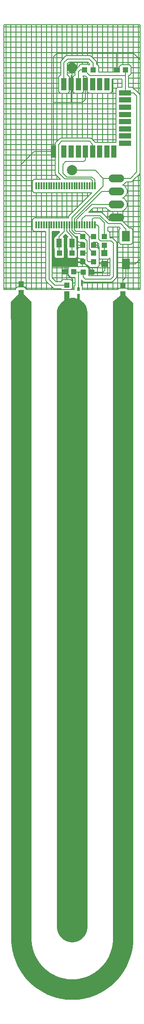
<source format=gbr>
G04 EAGLE Gerber RS-274X export*
G75*
%MOMM*%
%FSLAX34Y34*%
%LPD*%
%INTop Copper*%
%IPPOS*%
%AMOC8*
5,1,8,0,0,1.08239X$1,22.5*%
G01*
%ADD10R,1.000000X1.100000*%
%ADD11R,1.100000X1.000000*%
%ADD12R,0.500000X0.700000*%
%ADD13C,1.524000*%
%ADD14R,1.200000X1.200000*%
%ADD15R,1.000000X2.410000*%
%ADD16R,2.410000X1.000000*%
%ADD17R,1.000000X1.800000*%
%ADD18R,1.600000X2.000000*%
%ADD19R,0.300000X1.475000*%
%ADD20C,2.000000*%
%ADD21C,0.152400*%
%ADD22C,0.304800*%
%ADD23C,4.000000*%
%ADD24C,0.609600*%
%ADD25C,0.500000*%
%ADD26C,6.000000*%
%ADD27C,1.000000*%
%ADD28C,0.508000*%

G36*
X177535Y1354964D02*
X177535Y1354964D01*
X177569Y1354962D01*
X177758Y1354984D01*
X177949Y1355001D01*
X177982Y1355010D01*
X178016Y1355014D01*
X178199Y1355069D01*
X178383Y1355119D01*
X178414Y1355134D01*
X178447Y1355144D01*
X178618Y1355231D01*
X178790Y1355313D01*
X178818Y1355333D01*
X178849Y1355348D01*
X179001Y1355464D01*
X179156Y1355575D01*
X179180Y1355600D01*
X179207Y1355620D01*
X179336Y1355761D01*
X179470Y1355897D01*
X179489Y1355926D01*
X179513Y1355952D01*
X179615Y1356113D01*
X179722Y1356270D01*
X179736Y1356302D01*
X179754Y1356331D01*
X179827Y1356508D01*
X179904Y1356682D01*
X179912Y1356716D01*
X179925Y1356748D01*
X179965Y1356935D01*
X180011Y1357120D01*
X180013Y1357154D01*
X180020Y1357188D01*
X180039Y1357500D01*
X180039Y1423000D01*
X180034Y1423063D01*
X180029Y1423224D01*
X179670Y1427288D01*
X179663Y1427330D01*
X179661Y1427373D01*
X179604Y1427681D01*
X178614Y1431639D01*
X178599Y1431680D01*
X178591Y1431722D01*
X178487Y1432016D01*
X176889Y1435771D01*
X176869Y1435809D01*
X176854Y1435849D01*
X176705Y1436124D01*
X174540Y1439582D01*
X174514Y1439617D01*
X174493Y1439654D01*
X174302Y1439902D01*
X171623Y1442979D01*
X171610Y1442991D01*
X171602Y1443003D01*
X171584Y1443019D01*
X171565Y1443043D01*
X171338Y1443258D01*
X168211Y1445878D01*
X168175Y1445903D01*
X168144Y1445932D01*
X167886Y1446109D01*
X164387Y1448207D01*
X164348Y1448226D01*
X164312Y1448250D01*
X164030Y1448385D01*
X160246Y1449910D01*
X160204Y1449922D01*
X160165Y1449941D01*
X159866Y1450029D01*
X155889Y1450944D01*
X155847Y1450950D01*
X155805Y1450962D01*
X155495Y1451002D01*
X151425Y1451283D01*
X151414Y1451283D01*
X151404Y1451285D01*
X151091Y1451284D01*
X147033Y1451030D01*
X147008Y1451026D01*
X146983Y1451026D01*
X146673Y1450981D01*
X142693Y1450152D01*
X142669Y1450145D01*
X142644Y1450141D01*
X142344Y1450053D01*
X138522Y1448665D01*
X138499Y1448655D01*
X138475Y1448648D01*
X138191Y1448518D01*
X134605Y1446600D01*
X134584Y1446586D01*
X134561Y1446576D01*
X134298Y1446407D01*
X131022Y1443999D01*
X131003Y1443982D01*
X130982Y1443969D01*
X130746Y1443764D01*
X127845Y1440914D01*
X127829Y1440895D01*
X127810Y1440878D01*
X127606Y1440642D01*
X125140Y1437408D01*
X125127Y1437387D01*
X125110Y1437368D01*
X124942Y1437105D01*
X122961Y1433553D01*
X122951Y1433530D01*
X122938Y1433509D01*
X122808Y1433225D01*
X121354Y1429427D01*
X121347Y1429403D01*
X121336Y1429381D01*
X121249Y1429081D01*
X120349Y1425115D01*
X120346Y1425090D01*
X120339Y1425066D01*
X120295Y1424757D01*
X119969Y1420703D01*
X119969Y1420641D01*
X119961Y1420500D01*
X119961Y1357500D01*
X119964Y1357466D01*
X119962Y1357431D01*
X119984Y1357242D01*
X120001Y1357052D01*
X120010Y1357018D01*
X120014Y1356984D01*
X120069Y1356801D01*
X120119Y1356617D01*
X120134Y1356586D01*
X120144Y1356553D01*
X120231Y1356382D01*
X120313Y1356211D01*
X120333Y1356182D01*
X120348Y1356151D01*
X120464Y1355999D01*
X120575Y1355844D01*
X120600Y1355820D01*
X120620Y1355793D01*
X120761Y1355664D01*
X120897Y1355530D01*
X120926Y1355511D01*
X120952Y1355488D01*
X121113Y1355385D01*
X121270Y1355278D01*
X121302Y1355264D01*
X121331Y1355246D01*
X121508Y1355173D01*
X121682Y1355096D01*
X121716Y1355088D01*
X121748Y1355075D01*
X121935Y1355035D01*
X122120Y1354989D01*
X122154Y1354987D01*
X122188Y1354980D01*
X122500Y1354961D01*
X177500Y1354961D01*
X177535Y1354964D01*
G37*
G36*
X267535Y1404964D02*
X267535Y1404964D01*
X267569Y1404962D01*
X267758Y1404984D01*
X267949Y1405001D01*
X267982Y1405010D01*
X268016Y1405014D01*
X268199Y1405069D01*
X268383Y1405119D01*
X268414Y1405134D01*
X268447Y1405144D01*
X268618Y1405231D01*
X268790Y1405313D01*
X268818Y1405333D01*
X268849Y1405348D01*
X269001Y1405464D01*
X269156Y1405575D01*
X269180Y1405600D01*
X269207Y1405620D01*
X269336Y1405761D01*
X269470Y1405897D01*
X269489Y1405926D01*
X269513Y1405952D01*
X269615Y1406113D01*
X269722Y1406270D01*
X269736Y1406302D01*
X269754Y1406331D01*
X269827Y1406508D01*
X269904Y1406682D01*
X269912Y1406716D01*
X269925Y1406748D01*
X269965Y1406935D01*
X270011Y1407120D01*
X270013Y1407154D01*
X270020Y1407188D01*
X270039Y1407500D01*
X270039Y1440000D01*
X270025Y1440164D01*
X270018Y1440328D01*
X270005Y1440388D01*
X269999Y1440449D01*
X269956Y1440607D01*
X269920Y1440768D01*
X269897Y1440824D01*
X269881Y1440883D01*
X269810Y1441031D01*
X269747Y1441183D01*
X269714Y1441235D01*
X269687Y1441290D01*
X269592Y1441423D01*
X269502Y1441561D01*
X269451Y1441619D01*
X269425Y1441656D01*
X269382Y1441698D01*
X269296Y1441796D01*
X251796Y1459296D01*
X251671Y1459400D01*
X251552Y1459510D01*
X251499Y1459544D01*
X251450Y1459584D01*
X251309Y1459665D01*
X251172Y1459752D01*
X251114Y1459777D01*
X251059Y1459808D01*
X250906Y1459862D01*
X250756Y1459924D01*
X250694Y1459937D01*
X250635Y1459959D01*
X250475Y1459985D01*
X250316Y1460020D01*
X250253Y1460022D01*
X250191Y1460032D01*
X250028Y1460030D01*
X249866Y1460036D01*
X249804Y1460027D01*
X249740Y1460026D01*
X249581Y1459995D01*
X249420Y1459972D01*
X249360Y1459952D01*
X249298Y1459940D01*
X249147Y1459882D01*
X248993Y1459831D01*
X248937Y1459801D01*
X248878Y1459778D01*
X248739Y1459694D01*
X248597Y1459616D01*
X248533Y1459568D01*
X248494Y1459544D01*
X248448Y1459504D01*
X248347Y1459428D01*
X240373Y1452593D01*
X240373Y1452592D01*
X231486Y1444975D01*
X231485Y1444975D01*
X230847Y1444428D01*
X230822Y1444402D01*
X230793Y1444380D01*
X230665Y1444241D01*
X230533Y1444106D01*
X230512Y1444075D01*
X230488Y1444048D01*
X230386Y1443889D01*
X230280Y1443733D01*
X230265Y1443700D01*
X230246Y1443669D01*
X230174Y1443494D01*
X230097Y1443322D01*
X230089Y1443286D01*
X230075Y1443252D01*
X230035Y1443068D01*
X229990Y1442884D01*
X229988Y1442848D01*
X229980Y1442812D01*
X229961Y1442500D01*
X229961Y1407500D01*
X229964Y1407466D01*
X229962Y1407431D01*
X229984Y1407242D01*
X230001Y1407052D01*
X230010Y1407018D01*
X230014Y1406984D01*
X230069Y1406801D01*
X230119Y1406617D01*
X230134Y1406586D01*
X230144Y1406553D01*
X230231Y1406382D01*
X230313Y1406211D01*
X230333Y1406182D01*
X230348Y1406151D01*
X230464Y1405999D01*
X230575Y1405844D01*
X230600Y1405820D01*
X230620Y1405793D01*
X230761Y1405664D01*
X230897Y1405530D01*
X230926Y1405511D01*
X230952Y1405488D01*
X231113Y1405385D01*
X231270Y1405278D01*
X231302Y1405264D01*
X231331Y1405246D01*
X231508Y1405173D01*
X231682Y1405096D01*
X231716Y1405088D01*
X231748Y1405075D01*
X231935Y1405035D01*
X232120Y1404989D01*
X232154Y1404987D01*
X232188Y1404980D01*
X232500Y1404961D01*
X267500Y1404961D01*
X267535Y1404964D01*
G37*
G36*
X67535Y1407464D02*
X67535Y1407464D01*
X67569Y1407462D01*
X67758Y1407484D01*
X67949Y1407501D01*
X67982Y1407510D01*
X68016Y1407514D01*
X68199Y1407569D01*
X68383Y1407619D01*
X68414Y1407634D01*
X68447Y1407644D01*
X68618Y1407731D01*
X68790Y1407813D01*
X68818Y1407833D01*
X68849Y1407848D01*
X69001Y1407964D01*
X69156Y1408075D01*
X69180Y1408100D01*
X69207Y1408120D01*
X69336Y1408261D01*
X69470Y1408397D01*
X69489Y1408426D01*
X69513Y1408452D01*
X69615Y1408613D01*
X69722Y1408770D01*
X69736Y1408802D01*
X69754Y1408831D01*
X69827Y1409008D01*
X69904Y1409182D01*
X69912Y1409216D01*
X69925Y1409248D01*
X69965Y1409435D01*
X70011Y1409620D01*
X70013Y1409654D01*
X70020Y1409688D01*
X70039Y1410000D01*
X70039Y1442500D01*
X70025Y1442664D01*
X70018Y1442828D01*
X70005Y1442888D01*
X69999Y1442949D01*
X69956Y1443107D01*
X69920Y1443268D01*
X69897Y1443324D01*
X69881Y1443383D01*
X69810Y1443531D01*
X69747Y1443683D01*
X69714Y1443735D01*
X69687Y1443790D01*
X69592Y1443923D01*
X69502Y1444061D01*
X69451Y1444119D01*
X69425Y1444156D01*
X69382Y1444198D01*
X69296Y1444296D01*
X51796Y1461796D01*
X51769Y1461818D01*
X51746Y1461844D01*
X51597Y1461961D01*
X51450Y1462084D01*
X51420Y1462102D01*
X51393Y1462123D01*
X51225Y1462213D01*
X51059Y1462308D01*
X51027Y1462319D01*
X50996Y1462336D01*
X50815Y1462395D01*
X50635Y1462459D01*
X50601Y1462464D01*
X50568Y1462475D01*
X50379Y1462501D01*
X50191Y1462532D01*
X50156Y1462532D01*
X50122Y1462536D01*
X49931Y1462529D01*
X49740Y1462526D01*
X49706Y1462519D01*
X49672Y1462518D01*
X49486Y1462477D01*
X49298Y1462440D01*
X49266Y1462428D01*
X49232Y1462420D01*
X49056Y1462347D01*
X48878Y1462278D01*
X48849Y1462260D01*
X48817Y1462247D01*
X48657Y1462143D01*
X48494Y1462044D01*
X48468Y1462021D01*
X48439Y1462002D01*
X48204Y1461796D01*
X30704Y1444296D01*
X30599Y1444169D01*
X30488Y1444048D01*
X30455Y1443997D01*
X30416Y1443950D01*
X30334Y1443807D01*
X30246Y1443669D01*
X30222Y1443612D01*
X30192Y1443559D01*
X30137Y1443404D01*
X30075Y1443252D01*
X30062Y1443192D01*
X30041Y1443135D01*
X30015Y1442973D01*
X29980Y1442812D01*
X29975Y1442735D01*
X29968Y1442691D01*
X29969Y1442630D01*
X29961Y1442500D01*
X29961Y1410000D01*
X29964Y1409966D01*
X29962Y1409931D01*
X29984Y1409742D01*
X30001Y1409552D01*
X30010Y1409518D01*
X30014Y1409484D01*
X30069Y1409301D01*
X30119Y1409117D01*
X30134Y1409086D01*
X30144Y1409053D01*
X30231Y1408882D01*
X30313Y1408711D01*
X30333Y1408682D01*
X30348Y1408651D01*
X30464Y1408499D01*
X30575Y1408344D01*
X30600Y1408320D01*
X30620Y1408293D01*
X30761Y1408164D01*
X30897Y1408030D01*
X30926Y1408011D01*
X30952Y1407988D01*
X31113Y1407885D01*
X31270Y1407778D01*
X31302Y1407764D01*
X31331Y1407746D01*
X31508Y1407673D01*
X31682Y1407596D01*
X31716Y1407588D01*
X31748Y1407575D01*
X31935Y1407535D01*
X32120Y1407489D01*
X32154Y1407487D01*
X32188Y1407480D01*
X32500Y1407461D01*
X67500Y1407461D01*
X67535Y1407464D01*
G37*
G36*
X160910Y1511912D02*
X160910Y1511912D01*
X160929Y1511910D01*
X161031Y1511932D01*
X161133Y1511949D01*
X161150Y1511958D01*
X161170Y1511962D01*
X161259Y1512015D01*
X161350Y1512064D01*
X161364Y1512078D01*
X161381Y1512088D01*
X161448Y1512167D01*
X161520Y1512242D01*
X161528Y1512260D01*
X161541Y1512275D01*
X161580Y1512371D01*
X161623Y1512465D01*
X161625Y1512485D01*
X161633Y1512503D01*
X161651Y1512670D01*
X161651Y1571202D01*
X161648Y1571222D01*
X161650Y1571241D01*
X161628Y1571343D01*
X161612Y1571445D01*
X161602Y1571462D01*
X161598Y1571482D01*
X161545Y1571571D01*
X161496Y1571662D01*
X161482Y1571676D01*
X161472Y1571693D01*
X161393Y1571760D01*
X161318Y1571832D01*
X161300Y1571840D01*
X161285Y1571853D01*
X161189Y1571892D01*
X161095Y1571935D01*
X161075Y1571937D01*
X161057Y1571945D01*
X160890Y1571963D01*
X157153Y1571963D01*
X157082Y1571952D01*
X157010Y1571950D01*
X156962Y1571932D01*
X156910Y1571924D01*
X156847Y1571890D01*
X156779Y1571865D01*
X156739Y1571833D01*
X156693Y1571808D01*
X156643Y1571756D01*
X156587Y1571712D01*
X156559Y1571668D01*
X156523Y1571630D01*
X156493Y1571565D01*
X156454Y1571505D01*
X156442Y1571454D01*
X156420Y1571407D01*
X156412Y1571336D01*
X156394Y1571266D01*
X156398Y1571214D01*
X156393Y1571163D01*
X156408Y1571092D01*
X156414Y1571021D01*
X156434Y1570973D01*
X156445Y1570922D01*
X156482Y1570861D01*
X156510Y1570795D01*
X156555Y1570739D01*
X156571Y1570711D01*
X156589Y1570696D01*
X156615Y1570664D01*
X158675Y1568604D01*
X158675Y1547234D01*
X158670Y1547227D01*
X158654Y1547215D01*
X158599Y1547128D01*
X158538Y1547044D01*
X158532Y1547025D01*
X158521Y1547008D01*
X158496Y1546908D01*
X158466Y1546809D01*
X158466Y1546789D01*
X158461Y1546769D01*
X158469Y1546666D01*
X158472Y1546563D01*
X158479Y1546544D01*
X158481Y1546524D01*
X158521Y1546429D01*
X158557Y1546332D01*
X158569Y1546316D01*
X158577Y1546298D01*
X158682Y1546167D01*
X159165Y1545684D01*
X159165Y1531316D01*
X156784Y1528935D01*
X143416Y1528935D01*
X141035Y1531316D01*
X141035Y1545686D01*
X141040Y1545693D01*
X141056Y1545705D01*
X141112Y1545793D01*
X141172Y1545876D01*
X141178Y1545895D01*
X141189Y1545912D01*
X141214Y1546013D01*
X141244Y1546112D01*
X141244Y1546131D01*
X141249Y1546151D01*
X141241Y1546254D01*
X141238Y1546357D01*
X141231Y1546376D01*
X141229Y1546396D01*
X141189Y1546491D01*
X141153Y1546588D01*
X141141Y1546604D01*
X141133Y1546622D01*
X141028Y1546753D01*
X140545Y1547236D01*
X140545Y1568604D01*
X142165Y1570223D01*
X142176Y1570239D01*
X142192Y1570252D01*
X142248Y1570339D01*
X142308Y1570423D01*
X142314Y1570442D01*
X142325Y1570458D01*
X142350Y1570559D01*
X142380Y1570658D01*
X142380Y1570678D01*
X142385Y1570697D01*
X142377Y1570800D01*
X142374Y1570904D01*
X142367Y1570922D01*
X142366Y1570942D01*
X142325Y1571037D01*
X142290Y1571135D01*
X142277Y1571150D01*
X142269Y1571168D01*
X142165Y1571299D01*
X137588Y1575876D01*
X137572Y1575887D01*
X137560Y1575903D01*
X137472Y1575959D01*
X137389Y1576019D01*
X137370Y1576025D01*
X137353Y1576036D01*
X137252Y1576061D01*
X137153Y1576092D01*
X137134Y1576091D01*
X137114Y1576096D01*
X137011Y1576088D01*
X136908Y1576085D01*
X136889Y1576078D01*
X136869Y1576077D01*
X136774Y1576036D01*
X136677Y1576001D01*
X136661Y1575988D01*
X136643Y1575980D01*
X136512Y1575876D01*
X131995Y1571359D01*
X131984Y1571343D01*
X131968Y1571331D01*
X131912Y1571244D01*
X131852Y1571160D01*
X131846Y1571141D01*
X131835Y1571124D01*
X131810Y1571023D01*
X131780Y1570925D01*
X131780Y1570905D01*
X131775Y1570885D01*
X131783Y1570782D01*
X131786Y1570679D01*
X131793Y1570660D01*
X131794Y1570640D01*
X131835Y1570545D01*
X131870Y1570448D01*
X131883Y1570432D01*
X131891Y1570414D01*
X131995Y1570283D01*
X133675Y1568604D01*
X133675Y1547234D01*
X133670Y1547227D01*
X133654Y1547215D01*
X133599Y1547128D01*
X133538Y1547044D01*
X133532Y1547025D01*
X133521Y1547008D01*
X133496Y1546908D01*
X133466Y1546809D01*
X133466Y1546789D01*
X133461Y1546769D01*
X133469Y1546666D01*
X133472Y1546563D01*
X133479Y1546544D01*
X133481Y1546524D01*
X133521Y1546429D01*
X133557Y1546332D01*
X133569Y1546316D01*
X133577Y1546298D01*
X133682Y1546167D01*
X134165Y1545684D01*
X134165Y1531316D01*
X131784Y1528935D01*
X118416Y1528935D01*
X116035Y1531316D01*
X116035Y1545686D01*
X116040Y1545693D01*
X116056Y1545705D01*
X116112Y1545793D01*
X116172Y1545876D01*
X116178Y1545895D01*
X116189Y1545912D01*
X116214Y1546013D01*
X116244Y1546112D01*
X116244Y1546131D01*
X116249Y1546151D01*
X116241Y1546254D01*
X116238Y1546357D01*
X116231Y1546376D01*
X116229Y1546396D01*
X116189Y1546491D01*
X116153Y1546588D01*
X116141Y1546604D01*
X116133Y1546622D01*
X116028Y1546753D01*
X115545Y1547236D01*
X115545Y1568604D01*
X117926Y1570985D01*
X119022Y1570985D01*
X119042Y1570988D01*
X119061Y1570986D01*
X119163Y1571008D01*
X119265Y1571024D01*
X119282Y1571034D01*
X119302Y1571038D01*
X119391Y1571091D01*
X119482Y1571140D01*
X119496Y1571154D01*
X119513Y1571164D01*
X119580Y1571243D01*
X119652Y1571318D01*
X119660Y1571336D01*
X119673Y1571351D01*
X119712Y1571447D01*
X119755Y1571541D01*
X119757Y1571561D01*
X119765Y1571579D01*
X119783Y1571746D01*
X119783Y1572799D01*
X126176Y1579192D01*
X126217Y1579250D01*
X126267Y1579302D01*
X126289Y1579349D01*
X126319Y1579391D01*
X126340Y1579460D01*
X126371Y1579525D01*
X126376Y1579577D01*
X126392Y1579627D01*
X126390Y1579698D01*
X126398Y1579769D01*
X126387Y1579820D01*
X126385Y1579872D01*
X126361Y1579940D01*
X126345Y1580010D01*
X126319Y1580054D01*
X126301Y1580103D01*
X126256Y1580159D01*
X126219Y1580221D01*
X126180Y1580255D01*
X126147Y1580295D01*
X126087Y1580334D01*
X126032Y1580381D01*
X125984Y1580400D01*
X125940Y1580428D01*
X125871Y1580446D01*
X125804Y1580473D01*
X125733Y1580481D01*
X125702Y1580489D01*
X125678Y1580487D01*
X125637Y1580491D01*
X112420Y1580491D01*
X112400Y1580488D01*
X112381Y1580490D01*
X112279Y1580468D01*
X112177Y1580452D01*
X112160Y1580442D01*
X112140Y1580438D01*
X112051Y1580385D01*
X111960Y1580336D01*
X111946Y1580322D01*
X111929Y1580312D01*
X111862Y1580233D01*
X111791Y1580158D01*
X111782Y1580140D01*
X111769Y1580125D01*
X111730Y1580029D01*
X111687Y1579935D01*
X111685Y1579915D01*
X111677Y1579897D01*
X111659Y1579730D01*
X111659Y1512670D01*
X111662Y1512650D01*
X111660Y1512631D01*
X111682Y1512529D01*
X111699Y1512427D01*
X111708Y1512410D01*
X111712Y1512390D01*
X111765Y1512301D01*
X111814Y1512210D01*
X111828Y1512196D01*
X111838Y1512179D01*
X111917Y1512112D01*
X111992Y1512041D01*
X112010Y1512032D01*
X112025Y1512019D01*
X112121Y1511980D01*
X112215Y1511937D01*
X112235Y1511935D01*
X112253Y1511927D01*
X112420Y1511909D01*
X160890Y1511909D01*
X160910Y1511912D01*
G37*
D10*
X171000Y1570800D03*
X171000Y1553800D03*
X171000Y1538500D03*
X171000Y1521500D03*
D11*
X254500Y1895500D03*
X237500Y1895500D03*
D10*
X192200Y1570900D03*
X192200Y1553900D03*
X150100Y1538500D03*
X150100Y1521500D03*
X125100Y1538500D03*
X125100Y1521500D03*
D11*
X171600Y1501500D03*
X188600Y1501500D03*
D12*
X162300Y1455400D03*
X162300Y1468400D03*
D13*
X229280Y1684400D02*
X244520Y1684400D01*
X244520Y1659000D02*
X229280Y1659000D01*
X229280Y1633600D02*
X244520Y1633600D01*
X244520Y1608200D02*
X229280Y1608200D01*
D14*
X213500Y1517500D03*
X213500Y1538500D03*
D15*
X218200Y1867600D03*
X204200Y1867600D03*
X190200Y1867600D03*
X176200Y1867600D03*
X162200Y1867600D03*
X148200Y1867600D03*
X134200Y1867600D03*
X218200Y1736600D03*
X204200Y1736600D03*
X190200Y1736600D03*
X176200Y1736600D03*
X162200Y1736600D03*
X148200Y1736600D03*
X134200Y1736600D03*
X113200Y1736600D03*
D16*
X254400Y1837100D03*
X254400Y1823100D03*
X254400Y1809100D03*
X254400Y1795100D03*
X254400Y1781100D03*
X254400Y1767100D03*
X254400Y1753100D03*
X254400Y1851100D03*
D15*
X232200Y1736600D03*
D17*
X149610Y1557920D03*
X124610Y1557920D03*
D10*
X174400Y1895500D03*
X191400Y1895500D03*
D11*
X192200Y1521500D03*
X192200Y1538500D03*
X139700Y1459000D03*
X139700Y1476000D03*
D10*
X153400Y1502200D03*
X136400Y1502200D03*
D11*
X213500Y1570900D03*
X213500Y1553900D03*
D18*
X255600Y1517700D03*
X255600Y1571700D03*
D19*
X79600Y1593920D03*
X84600Y1593920D03*
X89600Y1593920D03*
X94600Y1593920D03*
X99600Y1593920D03*
X104600Y1593920D03*
X109600Y1593920D03*
X114600Y1593920D03*
X119600Y1593920D03*
X124600Y1593920D03*
X129600Y1593920D03*
X134600Y1593920D03*
X139600Y1593920D03*
X144600Y1593920D03*
X149600Y1593920D03*
X154600Y1593920D03*
X159600Y1593920D03*
X164600Y1593920D03*
X169600Y1593920D03*
X174600Y1593920D03*
X179600Y1593920D03*
X184600Y1593920D03*
X189600Y1593920D03*
X194600Y1593920D03*
X194600Y1669680D03*
X189600Y1669680D03*
X184600Y1669680D03*
X179600Y1669680D03*
X174600Y1669680D03*
X169600Y1669680D03*
X164600Y1669680D03*
X159600Y1669680D03*
X154600Y1669680D03*
X149600Y1669680D03*
X144600Y1669680D03*
X139600Y1669680D03*
X134600Y1669680D03*
X129600Y1669680D03*
X124600Y1669680D03*
X119600Y1669680D03*
X114600Y1669680D03*
X109600Y1669680D03*
X104600Y1669680D03*
X99600Y1669680D03*
X94600Y1669680D03*
X89600Y1669680D03*
X84600Y1669680D03*
X79600Y1669680D03*
D20*
X150000Y1900350D03*
X150000Y1700150D03*
D11*
X250000Y1459000D03*
X250000Y1476000D03*
X50000Y1478500D03*
X50000Y1461500D03*
D21*
X116000Y1476000D02*
X139700Y1476000D01*
X104600Y1487400D02*
X104600Y1593920D01*
X104600Y1487400D02*
X116000Y1476000D01*
X261820Y1587462D02*
X265987Y1587462D01*
X261820Y1587462D02*
X261131Y1589126D01*
X250711Y1599546D01*
X250711Y1599546D01*
X248876Y1601381D01*
X246478Y1602374D01*
X223662Y1602374D01*
X208856Y1617181D01*
X206458Y1618174D01*
X182630Y1618174D01*
X191532Y1627076D01*
X217498Y1627076D01*
X217935Y1626020D01*
X221700Y1622255D01*
X226618Y1620218D01*
X247182Y1620218D01*
X252100Y1622255D01*
X255865Y1626020D01*
X257902Y1630938D01*
X257902Y1636262D01*
X255865Y1641180D01*
X252100Y1644945D01*
X248828Y1646300D01*
X252100Y1647655D01*
X255865Y1651420D01*
X257902Y1656338D01*
X257902Y1661662D01*
X255865Y1666580D01*
X252100Y1670345D01*
X248828Y1671700D01*
X252100Y1673055D01*
X255865Y1676820D01*
X256228Y1677696D01*
X266118Y1677696D01*
X268516Y1678689D01*
X270351Y1680524D01*
X282671Y1692844D01*
X283664Y1695242D01*
X283664Y1846268D01*
X282671Y1848666D01*
X280836Y1850501D01*
X274706Y1856631D01*
X272308Y1857624D01*
X272212Y1857624D01*
X272212Y1858487D01*
X268837Y1861862D01*
X261024Y1861862D01*
X261024Y1884738D01*
X262387Y1884738D01*
X265762Y1888113D01*
X265762Y1902887D01*
X262387Y1906262D01*
X246613Y1906262D01*
X243238Y1902887D01*
X243238Y1891574D01*
X202162Y1891574D01*
X202162Y1903387D01*
X198787Y1906762D01*
X197924Y1906762D01*
X197924Y1910738D01*
X196931Y1913136D01*
X187276Y1922791D01*
X184878Y1923784D01*
X139882Y1923784D01*
X137484Y1922791D01*
X130504Y1915811D01*
X128669Y1913976D01*
X127676Y1911578D01*
X127676Y1885412D01*
X126813Y1885412D01*
X123438Y1882037D01*
X123438Y1853163D01*
X126813Y1849788D01*
X141587Y1849788D01*
X144962Y1853163D01*
X144962Y1882037D01*
X141587Y1885412D01*
X140724Y1885412D01*
X140724Y1907578D01*
X143882Y1910736D01*
X180878Y1910736D01*
X184852Y1906762D01*
X184013Y1906762D01*
X182900Y1905649D01*
X181787Y1906762D01*
X167013Y1906762D01*
X163638Y1903387D01*
X163638Y1901753D01*
X161894Y1901031D01*
X156669Y1895806D01*
X155676Y1893408D01*
X155676Y1885412D01*
X154813Y1885412D01*
X151438Y1882037D01*
X151438Y1853163D01*
X154813Y1849788D01*
X169587Y1849788D01*
X172962Y1853163D01*
X172962Y1882037D01*
X170761Y1884238D01*
X176436Y1884238D01*
X179319Y1881354D01*
X179438Y1881236D01*
X179438Y1853163D01*
X182813Y1849788D01*
X225587Y1849788D01*
X228962Y1853163D01*
X228962Y1878526D01*
X247976Y1878526D01*
X247976Y1861862D01*
X239963Y1861862D01*
X236588Y1858487D01*
X236588Y1754412D01*
X195576Y1754412D01*
X195451Y1754716D01*
X193616Y1756551D01*
X193616Y1756551D01*
X189741Y1760426D01*
X189741Y1760426D01*
X187906Y1762261D01*
X185508Y1763254D01*
X128442Y1763254D01*
X126044Y1762261D01*
X124209Y1760426D01*
X118069Y1754286D01*
X117076Y1751888D01*
X117076Y1693912D01*
X118069Y1691514D01*
X119904Y1689679D01*
X126767Y1682817D01*
X75713Y1682817D01*
X72338Y1679442D01*
X72338Y1659918D01*
X75713Y1656543D01*
X189109Y1656543D01*
X144069Y1611504D01*
X143076Y1609106D01*
X143076Y1607057D01*
X75713Y1607057D01*
X72338Y1603682D01*
X72338Y1584158D01*
X75713Y1580783D01*
X98076Y1580783D01*
X98076Y1486102D01*
X99069Y1483704D01*
X112304Y1470469D01*
X114702Y1469476D01*
X128438Y1469476D01*
X128438Y1468613D01*
X129551Y1467500D01*
X129401Y1467350D01*
X61262Y1467350D01*
X61262Y1468887D01*
X57887Y1472262D01*
X42113Y1472262D01*
X38738Y1468887D01*
X38738Y1467350D01*
X16002Y1467350D01*
X16002Y1983998D01*
X283998Y1983998D01*
X283998Y1467350D01*
X260299Y1467350D01*
X257887Y1469762D01*
X242113Y1469762D01*
X239701Y1467350D01*
X170562Y1467350D01*
X170562Y1474287D01*
X168830Y1476019D01*
X168830Y1485944D01*
X170469Y1484304D01*
X172304Y1482469D01*
X174702Y1481476D01*
X227298Y1481476D01*
X229696Y1482469D01*
X234696Y1487469D01*
X236531Y1489304D01*
X237524Y1491702D01*
X237524Y1559298D01*
X236531Y1561696D01*
X230608Y1567619D01*
X228210Y1568612D01*
X224762Y1568612D01*
X224762Y1578287D01*
X221387Y1581662D01*
X220024Y1581662D01*
X220024Y1589326D01*
X242478Y1589326D01*
X244778Y1587026D01*
X241838Y1584087D01*
X241838Y1559313D01*
X245213Y1555938D01*
X265987Y1555938D01*
X269362Y1559313D01*
X269362Y1584087D01*
X265987Y1587462D01*
X172778Y1559538D02*
X163613Y1559538D01*
X172778Y1559538D02*
X172778Y1549762D01*
X163613Y1549762D01*
X160550Y1546699D01*
X160372Y1546877D01*
X160372Y1562779D01*
X163613Y1559538D01*
X202100Y1547249D02*
X202238Y1547387D01*
X202100Y1547249D02*
X200087Y1549262D01*
X190664Y1549262D01*
X190154Y1549772D01*
X190154Y1559638D01*
X199059Y1559638D01*
X202140Y1556557D01*
X202238Y1556517D01*
X202238Y1547387D01*
X182862Y1494524D02*
X223298Y1494524D01*
X182862Y1494524D02*
X182862Y1508887D01*
X179487Y1512262D01*
X163713Y1512262D01*
X162850Y1511399D01*
X160787Y1513462D01*
X146013Y1513462D01*
X142638Y1510087D01*
X142638Y1494313D01*
X146013Y1490938D01*
X155782Y1490938D01*
X155782Y1476031D01*
X154038Y1474287D01*
X154038Y1467350D01*
X149999Y1467350D01*
X149849Y1467500D01*
X150962Y1468613D01*
X150962Y1483387D01*
X147587Y1486762D01*
X131813Y1486762D01*
X128438Y1483387D01*
X128438Y1482524D01*
X118702Y1482524D01*
X111124Y1490102D01*
X111124Y1580783D01*
X125367Y1580783D01*
X120914Y1576331D01*
X119079Y1574496D01*
X118328Y1572682D01*
X117223Y1572682D01*
X113848Y1569307D01*
X113848Y1546533D01*
X114338Y1546043D01*
X114338Y1530613D01*
X117713Y1527238D01*
X132487Y1527238D01*
X135862Y1530613D01*
X135862Y1546387D01*
X135372Y1546877D01*
X135372Y1569307D01*
X133857Y1570821D01*
X137050Y1574014D01*
X140303Y1570761D01*
X138848Y1569307D01*
X138848Y1546533D01*
X139338Y1546043D01*
X139338Y1530613D01*
X142713Y1527238D01*
X157487Y1527238D01*
X160550Y1530301D01*
X163613Y1527238D01*
X172778Y1527238D01*
X172778Y1522710D01*
X173771Y1520312D01*
X178114Y1515969D01*
X180512Y1514976D01*
X180938Y1514976D01*
X180938Y1514113D01*
X184313Y1510738D01*
X200087Y1510738D01*
X203462Y1514113D01*
X203462Y1528389D01*
X205113Y1526738D01*
X221887Y1526738D01*
X224476Y1529327D01*
X224476Y1495702D01*
X223298Y1494524D01*
X39851Y1470000D02*
X16002Y1470000D01*
X60149Y1470000D02*
X113437Y1470000D01*
X150962Y1470000D02*
X154038Y1470000D01*
X170562Y1470000D02*
X283998Y1470000D01*
X102774Y1480000D02*
X16002Y1480000D01*
X150962Y1480000D02*
X155782Y1480000D01*
X168830Y1480000D02*
X283998Y1480000D01*
X98076Y1490000D02*
X16002Y1490000D01*
X111226Y1490000D02*
X155782Y1490000D01*
X236819Y1490000D02*
X283998Y1490000D01*
X98076Y1500000D02*
X16002Y1500000D01*
X111124Y1500000D02*
X142638Y1500000D01*
X182862Y1500000D02*
X224476Y1500000D01*
X237524Y1500000D02*
X283998Y1500000D01*
X98076Y1510000D02*
X16002Y1510000D01*
X111124Y1510000D02*
X142638Y1510000D01*
X181749Y1510000D02*
X224476Y1510000D01*
X237524Y1510000D02*
X283998Y1510000D01*
X98076Y1520000D02*
X16002Y1520000D01*
X111124Y1520000D02*
X174084Y1520000D01*
X203462Y1520000D02*
X224476Y1520000D01*
X237524Y1520000D02*
X283998Y1520000D01*
X98076Y1530000D02*
X16002Y1530000D01*
X111124Y1530000D02*
X114951Y1530000D01*
X135249Y1530000D02*
X139951Y1530000D01*
X160249Y1530000D02*
X160851Y1530000D01*
X237524Y1530000D02*
X283998Y1530000D01*
X98076Y1540000D02*
X16002Y1540000D01*
X111124Y1540000D02*
X114338Y1540000D01*
X135862Y1540000D02*
X139338Y1540000D01*
X237524Y1540000D02*
X283998Y1540000D01*
X98076Y1550000D02*
X16002Y1550000D01*
X111124Y1550000D02*
X113848Y1550000D01*
X135372Y1550000D02*
X138848Y1550000D01*
X160372Y1550000D02*
X172778Y1550000D01*
X190154Y1550000D02*
X202238Y1550000D01*
X237524Y1550000D02*
X283998Y1550000D01*
X98076Y1560000D02*
X16002Y1560000D01*
X111124Y1560000D02*
X113848Y1560000D01*
X135372Y1560000D02*
X138848Y1560000D01*
X160372Y1560000D02*
X163151Y1560000D01*
X237233Y1560000D02*
X241838Y1560000D01*
X269362Y1560000D02*
X283998Y1560000D01*
X98076Y1570000D02*
X16002Y1570000D01*
X111124Y1570000D02*
X114541Y1570000D01*
X134679Y1570000D02*
X139541Y1570000D01*
X224762Y1570000D02*
X241838Y1570000D01*
X269362Y1570000D02*
X283998Y1570000D01*
X98076Y1580000D02*
X16002Y1580000D01*
X111124Y1580000D02*
X124584Y1580000D01*
X223049Y1580000D02*
X241838Y1580000D01*
X269362Y1580000D02*
X283998Y1580000D01*
X72338Y1590000D02*
X16002Y1590000D01*
X260256Y1590000D02*
X283998Y1590000D01*
X72338Y1600000D02*
X16002Y1600000D01*
X250256Y1600000D02*
X283998Y1600000D01*
X143446Y1610000D02*
X16002Y1610000D01*
X216036Y1610000D02*
X283998Y1610000D01*
X152566Y1620000D02*
X16002Y1620000D01*
X184456Y1620000D02*
X283998Y1620000D01*
X162566Y1630000D02*
X16002Y1630000D01*
X257513Y1630000D02*
X283998Y1630000D01*
X172566Y1640000D02*
X16002Y1640000D01*
X256354Y1640000D02*
X283998Y1640000D01*
X182566Y1650000D02*
X16002Y1650000D01*
X254445Y1650000D02*
X283998Y1650000D01*
X72338Y1660000D02*
X16002Y1660000D01*
X257902Y1660000D02*
X283998Y1660000D01*
X72338Y1670000D02*
X16002Y1670000D01*
X252445Y1670000D02*
X283998Y1670000D01*
X72896Y1680000D02*
X16002Y1680000D01*
X269826Y1680000D02*
X283998Y1680000D01*
X119584Y1690000D02*
X16002Y1690000D01*
X279826Y1690000D02*
X283998Y1690000D01*
X117076Y1700000D02*
X16002Y1700000D01*
X283664Y1700000D02*
X283998Y1700000D01*
X117076Y1710000D02*
X16002Y1710000D01*
X283664Y1710000D02*
X283998Y1710000D01*
X117076Y1720000D02*
X16002Y1720000D01*
X283664Y1720000D02*
X283998Y1720000D01*
X117076Y1730000D02*
X16002Y1730000D01*
X283664Y1730000D02*
X283998Y1730000D01*
X117076Y1740000D02*
X16002Y1740000D01*
X283664Y1740000D02*
X283998Y1740000D01*
X117076Y1750000D02*
X16002Y1750000D01*
X283664Y1750000D02*
X283998Y1750000D01*
X123784Y1760000D02*
X16002Y1760000D01*
X190166Y1760000D02*
X236588Y1760000D01*
X283664Y1760000D02*
X283998Y1760000D01*
X236588Y1770000D02*
X16002Y1770000D01*
X283664Y1770000D02*
X283998Y1770000D01*
X236588Y1780000D02*
X16002Y1780000D01*
X283664Y1780000D02*
X283998Y1780000D01*
X236588Y1790000D02*
X16002Y1790000D01*
X283664Y1790000D02*
X283998Y1790000D01*
X236588Y1800000D02*
X16002Y1800000D01*
X283664Y1800000D02*
X283998Y1800000D01*
X236588Y1810000D02*
X16002Y1810000D01*
X283664Y1810000D02*
X283998Y1810000D01*
X236588Y1820000D02*
X16002Y1820000D01*
X283664Y1820000D02*
X283998Y1820000D01*
X236588Y1830000D02*
X16002Y1830000D01*
X283664Y1830000D02*
X283998Y1830000D01*
X236588Y1840000D02*
X16002Y1840000D01*
X283664Y1840000D02*
X283998Y1840000D01*
X126601Y1850000D02*
X16002Y1850000D01*
X141799Y1850000D02*
X154601Y1850000D01*
X169799Y1850000D02*
X182601Y1850000D01*
X225799Y1850000D02*
X236588Y1850000D01*
X281336Y1850000D02*
X283998Y1850000D01*
X123438Y1860000D02*
X16002Y1860000D01*
X144962Y1860000D02*
X151438Y1860000D01*
X172962Y1860000D02*
X179438Y1860000D01*
X228962Y1860000D02*
X238101Y1860000D01*
X270699Y1860000D02*
X283998Y1860000D01*
X123438Y1870000D02*
X16002Y1870000D01*
X144962Y1870000D02*
X151438Y1870000D01*
X172962Y1870000D02*
X179438Y1870000D01*
X228962Y1870000D02*
X247976Y1870000D01*
X261024Y1870000D02*
X283998Y1870000D01*
X123438Y1880000D02*
X16002Y1880000D01*
X144962Y1880000D02*
X151438Y1880000D01*
X172962Y1880000D02*
X179438Y1880000D01*
X261024Y1880000D02*
X283998Y1880000D01*
X127676Y1890000D02*
X16002Y1890000D01*
X140724Y1890000D02*
X155676Y1890000D01*
X265762Y1890000D02*
X283998Y1890000D01*
X127676Y1900000D02*
X16002Y1900000D01*
X140724Y1900000D02*
X160864Y1900000D01*
X202162Y1900000D02*
X243238Y1900000D01*
X265762Y1900000D02*
X283998Y1900000D01*
X127676Y1910000D02*
X16002Y1910000D01*
X143146Y1910000D02*
X181614Y1910000D01*
X197924Y1910000D02*
X283998Y1910000D01*
X134694Y1920000D02*
X16002Y1920000D01*
X190066Y1920000D02*
X283998Y1920000D01*
X283998Y1930000D02*
X16002Y1930000D01*
X16002Y1940000D02*
X283998Y1940000D01*
X283998Y1950000D02*
X16002Y1950000D01*
X16002Y1960000D02*
X283998Y1960000D01*
X283998Y1970000D02*
X16002Y1970000D01*
X16002Y1980000D02*
X283998Y1980000D01*
X20000Y1983998D02*
X20000Y1467350D01*
X30000Y1467350D02*
X30000Y1983998D01*
X40000Y1983998D02*
X40000Y1470149D01*
X50000Y1472262D02*
X50000Y1983998D01*
X60000Y1983998D02*
X60000Y1470149D01*
X70000Y1467350D02*
X70000Y1983998D01*
X80000Y1580783D02*
X80000Y1467350D01*
X80000Y1607057D02*
X80000Y1656543D01*
X80000Y1682817D02*
X80000Y1983998D01*
X90000Y1580783D02*
X90000Y1467350D01*
X90000Y1607057D02*
X90000Y1656543D01*
X90000Y1682817D02*
X90000Y1983998D01*
X100000Y1482774D02*
X100000Y1467350D01*
X100000Y1607057D02*
X100000Y1656543D01*
X100000Y1682817D02*
X100000Y1983998D01*
X110000Y1472774D02*
X110000Y1467350D01*
X110000Y1607057D02*
X110000Y1656543D01*
X110000Y1682817D02*
X110000Y1983998D01*
X120000Y1469476D02*
X120000Y1467350D01*
X120000Y1482524D02*
X120000Y1527238D01*
X120000Y1575416D02*
X120000Y1580783D01*
X120000Y1607057D02*
X120000Y1656543D01*
X120000Y1682817D02*
X120000Y1689584D01*
X120000Y1756216D02*
X120000Y1983998D01*
X130000Y1527238D02*
X130000Y1484949D01*
X130000Y1607057D02*
X130000Y1656543D01*
X130000Y1763254D02*
X130000Y1849788D01*
X130000Y1915306D02*
X130000Y1983998D01*
X140000Y1529951D02*
X140000Y1486762D01*
X140000Y1570459D02*
X140000Y1571064D01*
X140000Y1607057D02*
X140000Y1656543D01*
X140000Y1763254D02*
X140000Y1849788D01*
X140000Y1923784D02*
X140000Y1983998D01*
X150000Y1467651D02*
X150000Y1467350D01*
X150000Y1484349D02*
X150000Y1490938D01*
X150000Y1513462D02*
X150000Y1527238D01*
X150000Y1617434D02*
X150000Y1656543D01*
X150000Y1763254D02*
X150000Y1910736D01*
X150000Y1923784D02*
X150000Y1983998D01*
X160000Y1529751D02*
X160000Y1513462D01*
X160000Y1627434D02*
X160000Y1656543D01*
X160000Y1763254D02*
X160000Y1849788D01*
X160000Y1899136D02*
X160000Y1910736D01*
X160000Y1923784D02*
X160000Y1983998D01*
X170000Y1484774D02*
X170000Y1474849D01*
X170000Y1512262D02*
X170000Y1527238D01*
X170000Y1549762D02*
X170000Y1559538D01*
X170000Y1637434D02*
X170000Y1656543D01*
X170000Y1763254D02*
X170000Y1850201D01*
X170000Y1906762D02*
X170000Y1910736D01*
X170000Y1923784D02*
X170000Y1983998D01*
X180000Y1481476D02*
X180000Y1467350D01*
X180000Y1511749D02*
X180000Y1515188D01*
X180000Y1647434D02*
X180000Y1656543D01*
X180000Y1763254D02*
X180000Y1852601D01*
X180000Y1906762D02*
X180000Y1910736D01*
X180000Y1923784D02*
X180000Y1983998D01*
X190000Y1481476D02*
X190000Y1467350D01*
X190000Y1494524D02*
X190000Y1510738D01*
X190000Y1618174D02*
X190000Y1625544D01*
X190000Y1760166D02*
X190000Y1849788D01*
X190000Y1920066D02*
X190000Y1983998D01*
X200000Y1481476D02*
X200000Y1467350D01*
X200000Y1494524D02*
X200000Y1510738D01*
X200000Y1549262D02*
X200000Y1558697D01*
X200000Y1618174D02*
X200000Y1627076D01*
X200000Y1754412D02*
X200000Y1849788D01*
X200000Y1905549D02*
X200000Y1983998D01*
X210000Y1481476D02*
X210000Y1467350D01*
X210000Y1494524D02*
X210000Y1526738D01*
X210000Y1616036D02*
X210000Y1627076D01*
X210000Y1754412D02*
X210000Y1849788D01*
X210000Y1891574D02*
X210000Y1983998D01*
X220000Y1481476D02*
X220000Y1467350D01*
X220000Y1494524D02*
X220000Y1526738D01*
X220000Y1606036D02*
X220000Y1623955D01*
X220000Y1754412D02*
X220000Y1849788D01*
X220000Y1891574D02*
X220000Y1983998D01*
X230000Y1482774D02*
X230000Y1467350D01*
X230000Y1567870D02*
X230000Y1589326D01*
X230000Y1602374D02*
X230000Y1620218D01*
X230000Y1754412D02*
X230000Y1878526D01*
X230000Y1891574D02*
X230000Y1983998D01*
X240000Y1589326D02*
X240000Y1467649D01*
X240000Y1602374D02*
X240000Y1620218D01*
X240000Y1861862D02*
X240000Y1878526D01*
X240000Y1891574D02*
X240000Y1983998D01*
X250000Y1555938D02*
X250000Y1469762D01*
X250000Y1600256D02*
X250000Y1621385D01*
X250000Y1645815D02*
X250000Y1646785D01*
X250000Y1671215D02*
X250000Y1672185D01*
X250000Y1906262D02*
X250000Y1983998D01*
X260000Y1555938D02*
X260000Y1467649D01*
X260000Y1590256D02*
X260000Y1677696D01*
X260000Y1906262D02*
X260000Y1983998D01*
X270000Y1680174D02*
X270000Y1467350D01*
X270000Y1860699D02*
X270000Y1983998D01*
X280000Y1690174D02*
X280000Y1467350D01*
X280000Y1851336D02*
X280000Y1983998D01*
D22*
X213500Y1517503D02*
X213500Y1517500D01*
D21*
X171000Y1521500D02*
X161000Y1521500D01*
X150100Y1521500D01*
X161000Y1521500D02*
X161000Y1554000D01*
X161200Y1553800D02*
X171000Y1553800D01*
X161200Y1553800D02*
X161000Y1554000D01*
X144798Y1593722D02*
X144600Y1593920D01*
X144798Y1593722D02*
X144798Y1581955D01*
X161000Y1565753D01*
X161000Y1554000D01*
X188500Y1501500D02*
X188600Y1501500D01*
X250000Y1485000D02*
X250000Y1476000D01*
X250000Y1485000D02*
X256000Y1491000D01*
X256000Y1517300D01*
X150000Y1886000D02*
X150000Y1900350D01*
X148200Y1884200D02*
X148200Y1867600D01*
X148200Y1884200D02*
X150000Y1886000D01*
X148200Y1867600D02*
X148200Y1832000D01*
X176200Y1838200D02*
X176200Y1867600D01*
X170000Y1832000D02*
X148200Y1832000D01*
X170000Y1832000D02*
X176200Y1838200D01*
X237500Y1895500D02*
X237500Y1928000D01*
X120000Y1928000D02*
X113200Y1921200D01*
X113200Y1832000D01*
X113200Y1736600D01*
X113200Y1832000D02*
X148200Y1832000D01*
X113200Y1736600D02*
X75100Y1736600D01*
X283998Y1527098D02*
X274600Y1517700D01*
X255600Y1517700D01*
X256000Y1517300D01*
X210500Y1501500D02*
X188600Y1501500D01*
X210500Y1501500D02*
X214000Y1505000D01*
X214000Y1517000D01*
X213500Y1517500D01*
X136000Y1521500D02*
X125100Y1521500D01*
X136000Y1521500D02*
X150100Y1521500D01*
X136400Y1521100D02*
X136000Y1521500D01*
X136400Y1521100D02*
X136400Y1502200D01*
X237500Y1928000D02*
X271000Y1928000D01*
X283998Y1915002D01*
X283998Y1527098D01*
X237500Y1928000D02*
X120000Y1928000D01*
X192200Y1553900D02*
X200100Y1553900D01*
X203000Y1551000D01*
X203000Y1520000D01*
X205497Y1517503D01*
X213500Y1517503D01*
X188500Y1504000D02*
X171000Y1521500D01*
X188500Y1504000D02*
X188500Y1501500D01*
X152000Y1471000D02*
X148302Y1467302D01*
X152000Y1471000D02*
X152000Y1487000D01*
X136800Y1502200D02*
X136400Y1502200D01*
X136800Y1502200D02*
X152000Y1487000D01*
X61198Y1467302D02*
X50000Y1478500D01*
X61198Y1467302D02*
X148302Y1467302D01*
X50000Y1478500D02*
X50000Y1711500D01*
X75100Y1736600D01*
X189920Y1736320D02*
X190200Y1736600D01*
X189600Y1680310D02*
X189600Y1669680D01*
X189600Y1680310D02*
X186880Y1683030D01*
X123600Y1750590D02*
X129740Y1756730D01*
X184210Y1756730D01*
X189920Y1751020D01*
X189920Y1736320D01*
X186880Y1683030D02*
X135780Y1683030D01*
X123600Y1695210D01*
X123600Y1750590D01*
X194600Y1681300D02*
X194600Y1669680D01*
X131754Y1694726D02*
X131754Y1711324D01*
X176200Y1719950D02*
X176200Y1736600D01*
X189176Y1686724D02*
X194600Y1681300D01*
X189176Y1686724D02*
X139756Y1686724D01*
X131754Y1694726D01*
X131754Y1711324D02*
X137310Y1716880D01*
X173130Y1716880D01*
X176200Y1719950D01*
X191400Y1895500D02*
X191400Y1909440D01*
X183580Y1917260D02*
X141180Y1917260D01*
X134200Y1910280D01*
X134200Y1867600D01*
X183580Y1917260D02*
X191400Y1909440D01*
X149600Y1593920D02*
X149600Y1582900D01*
X165590Y1895500D02*
X174400Y1895500D01*
X162200Y1892110D02*
X162200Y1867600D01*
X162200Y1892110D02*
X165590Y1895500D01*
X254500Y1895500D02*
X254500Y1885050D01*
X254500Y1851200D01*
X254400Y1851100D01*
X184850Y1885050D02*
X174400Y1895500D01*
X184850Y1885050D02*
X254500Y1885050D01*
X254400Y1851100D02*
X271010Y1851100D01*
X277140Y1844970D01*
X277140Y1696540D01*
X264820Y1684220D01*
X237080Y1684220D01*
X236900Y1684400D01*
X195250Y1700150D02*
X150000Y1700150D01*
X211180Y1684220D02*
X237080Y1684220D01*
X211180Y1684220D02*
X195250Y1700150D01*
X211180Y1684220D02*
X211180Y1669388D01*
X149600Y1607808D02*
X149600Y1593920D01*
X149600Y1607808D02*
X211180Y1669388D01*
X171000Y1570800D02*
X179302Y1562498D01*
X179302Y1538500D02*
X179302Y1524008D01*
X181810Y1521500D02*
X192200Y1521500D01*
X181810Y1521500D02*
X179302Y1524008D01*
X179302Y1538500D02*
X171000Y1538500D01*
X179302Y1538500D02*
X179302Y1562498D01*
X171000Y1570800D02*
X165010Y1576790D01*
X155710Y1576790D02*
X149600Y1582900D01*
X155710Y1576790D02*
X165010Y1576790D01*
X162306Y1469136D02*
X162300Y1468400D01*
X162000Y1501500D02*
X154100Y1501500D01*
X162000Y1501500D02*
X171600Y1501500D01*
X154100Y1501500D02*
X153400Y1502200D01*
X194600Y1593920D02*
X199090Y1593920D01*
X202550Y1590460D01*
X162306Y1501194D02*
X162306Y1469136D01*
X162306Y1501194D02*
X162000Y1501500D01*
X171600Y1501500D02*
X171600Y1492400D01*
X176000Y1488000D01*
X226000Y1488000D01*
X231000Y1493000D01*
X231000Y1558000D01*
X226912Y1562088D02*
X205835Y1562088D01*
X202550Y1565373D02*
X202550Y1590460D01*
X226912Y1562088D02*
X231000Y1558000D01*
X205835Y1562088D02*
X202550Y1565373D01*
X213500Y1553900D02*
X213500Y1538500D01*
X189600Y1593920D02*
X189600Y1604820D01*
X191920Y1607140D01*
X204270Y1607140D01*
X213500Y1597910D01*
X213500Y1570900D01*
X255600Y1571700D02*
X255600Y1585430D01*
X245180Y1595850D01*
X220960Y1595850D01*
X169600Y1593920D02*
X169600Y1605360D01*
X175890Y1611650D01*
X205160Y1611650D01*
X220960Y1595850D01*
X139600Y1593920D02*
X139600Y1580690D01*
X149610Y1570680D02*
X149610Y1557920D01*
X149610Y1570680D02*
X139600Y1580690D01*
X149610Y1557920D02*
X149610Y1538990D01*
X150100Y1538500D01*
X134600Y1580790D02*
X134600Y1593920D01*
X134600Y1580790D02*
X124610Y1570800D01*
X124610Y1557920D01*
X124610Y1538990D01*
X125100Y1538500D01*
X154600Y1583912D02*
X154600Y1593920D01*
X208370Y1659000D02*
X236900Y1659000D01*
X154600Y1605230D02*
X154600Y1593920D01*
X154600Y1605230D02*
X208370Y1659000D01*
X192200Y1570900D02*
X192200Y1569070D01*
X183630Y1547070D02*
X192200Y1538500D01*
X191620Y1569650D02*
X183630Y1569650D01*
X191620Y1569650D02*
X192200Y1569070D01*
X157832Y1580680D02*
X154600Y1583912D01*
X174853Y1580680D02*
X183630Y1571903D01*
X183630Y1569650D01*
X174853Y1580680D02*
X157832Y1580680D01*
X183630Y1569650D02*
X183630Y1547070D01*
X159600Y1593920D02*
X159600Y1604370D01*
X188830Y1633600D02*
X236900Y1633600D01*
X188830Y1633600D02*
X159600Y1604370D01*
D23*
X50000Y1407500D02*
X50000Y202500D01*
X50030Y200065D01*
X50119Y197631D01*
X50267Y195200D01*
X50474Y192774D01*
X50740Y190353D01*
X51066Y187940D01*
X51450Y185535D01*
X51892Y183140D01*
X52392Y180757D01*
X52951Y178387D01*
X53567Y176030D01*
X54240Y173690D01*
X54970Y171367D01*
X55756Y169062D01*
X56598Y166777D01*
X57496Y164513D01*
X58448Y162272D01*
X59455Y160054D01*
X60516Y157862D01*
X61629Y155696D01*
X62795Y153558D01*
X64013Y151449D01*
X65281Y149370D01*
X66600Y147323D01*
X67969Y145309D01*
X69386Y143328D01*
X70850Y141383D01*
X72362Y139473D01*
X73920Y137602D01*
X75523Y135768D01*
X77170Y133974D01*
X78860Y132221D01*
X80593Y130510D01*
X82366Y128841D01*
X84180Y127216D01*
X86033Y125635D01*
X87923Y124100D01*
X89851Y122612D01*
X91814Y121171D01*
X93812Y119778D01*
X95843Y118435D01*
X97906Y117141D01*
X100000Y115897D01*
X102124Y114706D01*
X104276Y113566D01*
X106455Y112479D01*
X108660Y111445D01*
X110890Y110465D01*
X113142Y109540D01*
X115417Y108670D01*
X117712Y107856D01*
X120026Y107098D01*
X122358Y106396D01*
X124707Y105752D01*
X127070Y105164D01*
X129447Y104635D01*
X131836Y104163D01*
X134236Y103750D01*
X136646Y103396D01*
X139063Y103100D01*
X141487Y102863D01*
X143915Y102685D01*
X146348Y102567D01*
X148782Y102507D01*
X151218Y102507D01*
X153652Y102567D01*
X156085Y102685D01*
X158513Y102863D01*
X160937Y103100D01*
X163354Y103396D01*
X165764Y103750D01*
X168164Y104163D01*
X170553Y104635D01*
X172930Y105164D01*
X175293Y105752D01*
X177642Y106396D01*
X179974Y107098D01*
X182288Y107856D01*
X184583Y108670D01*
X186858Y109540D01*
X189110Y110465D01*
X191340Y111445D01*
X193545Y112479D01*
X195724Y113566D01*
X197876Y114706D01*
X200000Y115897D01*
X202094Y117141D01*
X204157Y118435D01*
X206188Y119778D01*
X208186Y121171D01*
X210149Y122612D01*
X212077Y124100D01*
X213967Y125635D01*
X215820Y127216D01*
X217634Y128841D01*
X219407Y130510D01*
X221140Y132221D01*
X222830Y133974D01*
X224477Y135768D01*
X226080Y137602D01*
X227638Y139473D01*
X229150Y141383D01*
X230614Y143328D01*
X232031Y145309D01*
X233400Y147323D01*
X234719Y149370D01*
X235987Y151449D01*
X237205Y153558D01*
X238371Y155696D01*
X239484Y157862D01*
X240545Y160054D01*
X241552Y162272D01*
X242504Y164513D01*
X243402Y166777D01*
X244244Y169062D01*
X245030Y171367D01*
X245760Y173690D01*
X246433Y176030D01*
X247049Y178387D01*
X247608Y180757D01*
X248108Y183140D01*
X248550Y185535D01*
X248934Y187940D01*
X249260Y190353D01*
X249526Y192774D01*
X249733Y195200D01*
X249881Y197631D01*
X249970Y200065D01*
X250000Y202500D01*
X250000Y1430000D01*
D24*
X257500Y1437500D01*
D21*
X50000Y1461500D02*
X50000Y1407500D01*
D25*
X162300Y1374400D02*
X162300Y1455400D01*
D24*
X162300Y1374400D02*
X150000Y1364600D01*
D26*
X150000Y225000D01*
D27*
X139700Y1377400D02*
X139700Y1459000D01*
D28*
X139700Y1377400D02*
X150000Y1364600D01*
M02*

</source>
